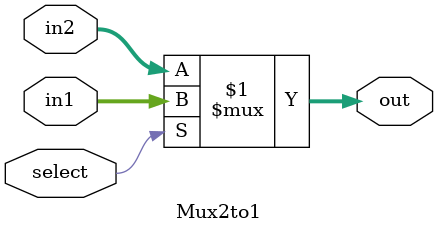
<source format=v>
`timescale 1ns / 1ps


module Mux2to1(out, in1, in2, select);
    parameter bitLen = 16;
    input  [bitLen-1:0] in1, in2;
    input               select;
    output [bitLen-1:0] out;
    
    assign out = select ? in1 : in2;
endmodule

</source>
